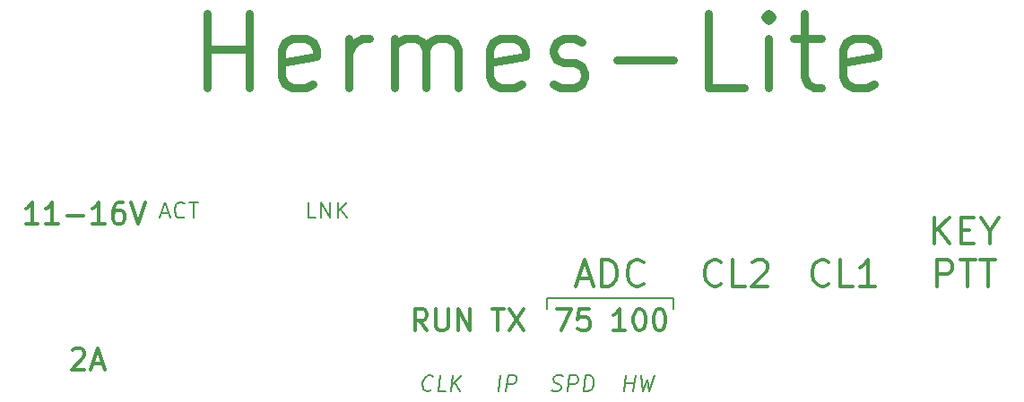
<source format=gto>
G04 #@! TF.GenerationSoftware,KiCad,Pcbnew,5.1.5-52549c5~84~ubuntu18.04.1*
G04 #@! TF.CreationDate,2020-03-18T22:44:17-07:00*
G04 #@! TF.ProjectId,endcap,656e6463-6170-42e6-9b69-6361645f7063,rev?*
G04 #@! TF.SameCoordinates,PX2faf080PY2faf080*
G04 #@! TF.FileFunction,Other,ECO1*
%FSLAX46Y46*%
G04 Gerber Fmt 4.6, Leading zero omitted, Abs format (unit mm)*
G04 Created by KiCad (PCBNEW 5.1.5-52549c5~84~ubuntu18.04.1) date 2020-03-18 22:44:17*
%MOMM*%
%LPD*%
G04 APERTURE LIST*
%ADD10C,0.300000*%
%ADD11C,0.200000*%
%ADD12C,0.800000*%
G04 APERTURE END LIST*
D10*
X8771428Y-46795238D02*
X8866666Y-46700000D01*
X9057142Y-46604761D01*
X9533333Y-46604761D01*
X9723809Y-46700000D01*
X9819047Y-46795238D01*
X9914285Y-46985714D01*
X9914285Y-47176190D01*
X9819047Y-47461904D01*
X8676190Y-48604761D01*
X9914285Y-48604761D01*
X10676190Y-48033333D02*
X11628571Y-48033333D01*
X10485714Y-48604761D02*
X11152380Y-46604761D01*
X11819047Y-48604761D01*
X5519047Y-34804761D02*
X4376190Y-34804761D01*
X4947619Y-34804761D02*
X4947619Y-32804761D01*
X4757142Y-33090476D01*
X4566666Y-33280952D01*
X4376190Y-33376190D01*
X7423809Y-34804761D02*
X6280952Y-34804761D01*
X6852380Y-34804761D02*
X6852380Y-32804761D01*
X6661904Y-33090476D01*
X6471428Y-33280952D01*
X6280952Y-33376190D01*
X8280952Y-34042857D02*
X9804761Y-34042857D01*
X11804761Y-34804761D02*
X10661904Y-34804761D01*
X11233333Y-34804761D02*
X11233333Y-32804761D01*
X11042857Y-33090476D01*
X10852380Y-33280952D01*
X10661904Y-33376190D01*
X13519047Y-32804761D02*
X13138095Y-32804761D01*
X12947619Y-32900000D01*
X12852380Y-32995238D01*
X12661904Y-33280952D01*
X12566666Y-33661904D01*
X12566666Y-34423809D01*
X12661904Y-34614285D01*
X12757142Y-34709523D01*
X12947619Y-34804761D01*
X13328571Y-34804761D01*
X13519047Y-34709523D01*
X13614285Y-34614285D01*
X13709523Y-34423809D01*
X13709523Y-33947619D01*
X13614285Y-33757142D01*
X13519047Y-33661904D01*
X13328571Y-33566666D01*
X12947619Y-33566666D01*
X12757142Y-33661904D01*
X12661904Y-33757142D01*
X12566666Y-33947619D01*
X14280952Y-32804761D02*
X14947619Y-34804761D01*
X15614285Y-32804761D01*
X90142857Y-36705952D02*
X90142857Y-34205952D01*
X91571428Y-36705952D02*
X90500000Y-35277380D01*
X91571428Y-34205952D02*
X90142857Y-35634523D01*
X92642857Y-35396428D02*
X93476190Y-35396428D01*
X93833333Y-36705952D02*
X92642857Y-36705952D01*
X92642857Y-34205952D01*
X93833333Y-34205952D01*
X95380952Y-35515476D02*
X95380952Y-36705952D01*
X94547619Y-34205952D02*
X95380952Y-35515476D01*
X96214285Y-34205952D01*
X90440476Y-40755952D02*
X90440476Y-38255952D01*
X91392857Y-38255952D01*
X91630952Y-38375000D01*
X91750000Y-38494047D01*
X91869047Y-38732142D01*
X91869047Y-39089285D01*
X91750000Y-39327380D01*
X91630952Y-39446428D01*
X91392857Y-39565476D01*
X90440476Y-39565476D01*
X92583333Y-38255952D02*
X94011904Y-38255952D01*
X93297619Y-40755952D02*
X93297619Y-38255952D01*
X94488095Y-38255952D02*
X95916666Y-38255952D01*
X95202380Y-40755952D02*
X95202380Y-38255952D01*
X80171428Y-40492857D02*
X80052380Y-40611904D01*
X79695238Y-40730952D01*
X79457142Y-40730952D01*
X79100000Y-40611904D01*
X78861904Y-40373809D01*
X78742857Y-40135714D01*
X78623809Y-39659523D01*
X78623809Y-39302380D01*
X78742857Y-38826190D01*
X78861904Y-38588095D01*
X79100000Y-38350000D01*
X79457142Y-38230952D01*
X79695238Y-38230952D01*
X80052380Y-38350000D01*
X80171428Y-38469047D01*
X82433333Y-40730952D02*
X81242857Y-40730952D01*
X81242857Y-38230952D01*
X84576190Y-40730952D02*
X83147619Y-40730952D01*
X83861904Y-40730952D02*
X83861904Y-38230952D01*
X83623809Y-38588095D01*
X83385714Y-38826190D01*
X83147619Y-38945238D01*
X70011428Y-40492857D02*
X69892380Y-40611904D01*
X69535238Y-40730952D01*
X69297142Y-40730952D01*
X68940000Y-40611904D01*
X68701904Y-40373809D01*
X68582857Y-40135714D01*
X68463809Y-39659523D01*
X68463809Y-39302380D01*
X68582857Y-38826190D01*
X68701904Y-38588095D01*
X68940000Y-38350000D01*
X69297142Y-38230952D01*
X69535238Y-38230952D01*
X69892380Y-38350000D01*
X70011428Y-38469047D01*
X72273333Y-40730952D02*
X71082857Y-40730952D01*
X71082857Y-38230952D01*
X72987619Y-38469047D02*
X73106666Y-38350000D01*
X73344761Y-38230952D01*
X73940000Y-38230952D01*
X74178095Y-38350000D01*
X74297142Y-38469047D01*
X74416190Y-38707142D01*
X74416190Y-38945238D01*
X74297142Y-39302380D01*
X72868571Y-40730952D01*
X74416190Y-40730952D01*
X56504761Y-40016666D02*
X57695238Y-40016666D01*
X56266666Y-40730952D02*
X57100000Y-38230952D01*
X57933333Y-40730952D01*
X58766666Y-40730952D02*
X58766666Y-38230952D01*
X59361904Y-38230952D01*
X59719047Y-38350000D01*
X59957142Y-38588095D01*
X60076190Y-38826190D01*
X60195238Y-39302380D01*
X60195238Y-39659523D01*
X60076190Y-40135714D01*
X59957142Y-40373809D01*
X59719047Y-40611904D01*
X59361904Y-40730952D01*
X58766666Y-40730952D01*
X62695238Y-40492857D02*
X62576190Y-40611904D01*
X62219047Y-40730952D01*
X61980952Y-40730952D01*
X61623809Y-40611904D01*
X61385714Y-40373809D01*
X61266666Y-40135714D01*
X61147619Y-39659523D01*
X61147619Y-39302380D01*
X61266666Y-38826190D01*
X61385714Y-38588095D01*
X61623809Y-38350000D01*
X61980952Y-38230952D01*
X62219047Y-38230952D01*
X62576190Y-38350000D01*
X62695238Y-38469047D01*
D11*
X65500000Y-41900000D02*
X65500000Y-42900000D01*
X53600000Y-41900000D02*
X65500000Y-41900000D01*
X53600000Y-42900000D02*
X53600000Y-41900000D01*
X60866339Y-50678571D02*
X61053839Y-49178571D01*
X60964553Y-49892857D02*
X61821696Y-49892857D01*
X61723482Y-50678571D02*
X61910982Y-49178571D01*
X62482410Y-49178571D02*
X62652053Y-50678571D01*
X63071696Y-49607142D01*
X63223482Y-50678571D01*
X63768125Y-49178571D01*
X54032410Y-50607142D02*
X54237767Y-50678571D01*
X54594910Y-50678571D01*
X54746696Y-50607142D01*
X54827053Y-50535714D01*
X54916339Y-50392857D01*
X54934196Y-50250000D01*
X54880625Y-50107142D01*
X54818125Y-50035714D01*
X54684196Y-49964285D01*
X54407410Y-49892857D01*
X54273482Y-49821428D01*
X54210982Y-49750000D01*
X54157410Y-49607142D01*
X54175267Y-49464285D01*
X54264553Y-49321428D01*
X54344910Y-49250000D01*
X54496696Y-49178571D01*
X54853839Y-49178571D01*
X55059196Y-49250000D01*
X55523482Y-50678571D02*
X55710982Y-49178571D01*
X56282410Y-49178571D01*
X56416339Y-49250000D01*
X56478839Y-49321428D01*
X56532410Y-49464285D01*
X56505625Y-49678571D01*
X56416339Y-49821428D01*
X56335982Y-49892857D01*
X56184196Y-49964285D01*
X55612767Y-49964285D01*
X57023482Y-50678571D02*
X57210982Y-49178571D01*
X57568125Y-49178571D01*
X57773482Y-49250000D01*
X57898482Y-49392857D01*
X57952053Y-49535714D01*
X57987767Y-49821428D01*
X57960982Y-50035714D01*
X57853839Y-50321428D01*
X57764553Y-50464285D01*
X57603839Y-50607142D01*
X57380625Y-50678571D01*
X57023482Y-50678571D01*
X49002053Y-50678571D02*
X49189553Y-49178571D01*
X49716339Y-50678571D02*
X49903839Y-49178571D01*
X50475267Y-49178571D01*
X50609196Y-49250000D01*
X50671696Y-49321428D01*
X50725267Y-49464285D01*
X50698482Y-49678571D01*
X50609196Y-49821428D01*
X50528839Y-49892857D01*
X50377053Y-49964285D01*
X49805625Y-49964285D01*
X42677053Y-50535714D02*
X42596696Y-50607142D01*
X42373482Y-50678571D01*
X42230625Y-50678571D01*
X42025267Y-50607142D01*
X41900267Y-50464285D01*
X41846696Y-50321428D01*
X41810982Y-50035714D01*
X41837767Y-49821428D01*
X41944910Y-49535714D01*
X42034196Y-49392857D01*
X42194910Y-49250000D01*
X42418125Y-49178571D01*
X42560982Y-49178571D01*
X42766339Y-49250000D01*
X42828839Y-49321428D01*
X44016339Y-50678571D02*
X43302053Y-50678571D01*
X43489553Y-49178571D01*
X44516339Y-50678571D02*
X44703839Y-49178571D01*
X45373482Y-50678571D02*
X44837767Y-49821428D01*
X45560982Y-49178571D02*
X44596696Y-50035714D01*
D10*
X60966666Y-44904761D02*
X59823809Y-44904761D01*
X60395238Y-44904761D02*
X60395238Y-42904761D01*
X60204761Y-43190476D01*
X60014285Y-43380952D01*
X59823809Y-43476190D01*
X62204761Y-42904761D02*
X62395238Y-42904761D01*
X62585714Y-43000000D01*
X62680952Y-43095238D01*
X62776190Y-43285714D01*
X62871428Y-43666666D01*
X62871428Y-44142857D01*
X62776190Y-44523809D01*
X62680952Y-44714285D01*
X62585714Y-44809523D01*
X62395238Y-44904761D01*
X62204761Y-44904761D01*
X62014285Y-44809523D01*
X61919047Y-44714285D01*
X61823809Y-44523809D01*
X61728571Y-44142857D01*
X61728571Y-43666666D01*
X61823809Y-43285714D01*
X61919047Y-43095238D01*
X62014285Y-43000000D01*
X62204761Y-42904761D01*
X64109523Y-42904761D02*
X64300000Y-42904761D01*
X64490476Y-43000000D01*
X64585714Y-43095238D01*
X64680952Y-43285714D01*
X64776190Y-43666666D01*
X64776190Y-44142857D01*
X64680952Y-44523809D01*
X64585714Y-44714285D01*
X64490476Y-44809523D01*
X64300000Y-44904761D01*
X64109523Y-44904761D01*
X63919047Y-44809523D01*
X63823809Y-44714285D01*
X63728571Y-44523809D01*
X63633333Y-44142857D01*
X63633333Y-43666666D01*
X63728571Y-43285714D01*
X63823809Y-43095238D01*
X63919047Y-43000000D01*
X64109523Y-42904761D01*
X54480952Y-42904761D02*
X55814285Y-42904761D01*
X54957142Y-44904761D01*
X57528571Y-42904761D02*
X56576190Y-42904761D01*
X56480952Y-43857142D01*
X56576190Y-43761904D01*
X56766666Y-43666666D01*
X57242857Y-43666666D01*
X57433333Y-43761904D01*
X57528571Y-43857142D01*
X57623809Y-44047619D01*
X57623809Y-44523809D01*
X57528571Y-44714285D01*
X57433333Y-44809523D01*
X57242857Y-44904761D01*
X56766666Y-44904761D01*
X56576190Y-44809523D01*
X56480952Y-44714285D01*
X48376190Y-42904761D02*
X49519047Y-42904761D01*
X48947619Y-44904761D02*
X48947619Y-42904761D01*
X49995238Y-42904761D02*
X51328571Y-44904761D01*
X51328571Y-42904761D02*
X49995238Y-44904761D01*
X42223809Y-44904761D02*
X41557142Y-43952380D01*
X41080952Y-44904761D02*
X41080952Y-42904761D01*
X41842857Y-42904761D01*
X42033333Y-43000000D01*
X42128571Y-43095238D01*
X42223809Y-43285714D01*
X42223809Y-43571428D01*
X42128571Y-43761904D01*
X42033333Y-43857142D01*
X41842857Y-43952380D01*
X41080952Y-43952380D01*
X43080952Y-42904761D02*
X43080952Y-44523809D01*
X43176190Y-44714285D01*
X43271428Y-44809523D01*
X43461904Y-44904761D01*
X43842857Y-44904761D01*
X44033333Y-44809523D01*
X44128571Y-44714285D01*
X44223809Y-44523809D01*
X44223809Y-42904761D01*
X45176190Y-44904761D02*
X45176190Y-42904761D01*
X46319047Y-44904761D01*
X46319047Y-42904761D01*
D11*
X31728571Y-34278571D02*
X31014285Y-34278571D01*
X31014285Y-32778571D01*
X32228571Y-34278571D02*
X32228571Y-32778571D01*
X33085714Y-34278571D01*
X33085714Y-32778571D01*
X33800000Y-34278571D02*
X33800000Y-32778571D01*
X34657142Y-34278571D02*
X34014285Y-33421428D01*
X34657142Y-32778571D02*
X33800000Y-33635714D01*
X17121428Y-33850000D02*
X17835714Y-33850000D01*
X16978571Y-34278571D02*
X17478571Y-32778571D01*
X17978571Y-34278571D01*
X19335714Y-34135714D02*
X19264285Y-34207142D01*
X19050000Y-34278571D01*
X18907142Y-34278571D01*
X18692857Y-34207142D01*
X18550000Y-34064285D01*
X18478571Y-33921428D01*
X18407142Y-33635714D01*
X18407142Y-33421428D01*
X18478571Y-33135714D01*
X18550000Y-32992857D01*
X18692857Y-32850000D01*
X18907142Y-32778571D01*
X19050000Y-32778571D01*
X19264285Y-32850000D01*
X19335714Y-32921428D01*
X19764285Y-32778571D02*
X20621428Y-32778571D01*
X20192857Y-34278571D02*
X20192857Y-32778571D01*
D12*
X21500000Y-21966666D02*
X21500000Y-14966666D01*
X21500000Y-18300000D02*
X25500000Y-18300000D01*
X25500000Y-21966666D02*
X25500000Y-14966666D01*
X31500000Y-21633333D02*
X30833333Y-21966666D01*
X29500000Y-21966666D01*
X28833333Y-21633333D01*
X28500000Y-20966666D01*
X28500000Y-18300000D01*
X28833333Y-17633333D01*
X29500000Y-17300000D01*
X30833333Y-17300000D01*
X31500000Y-17633333D01*
X31833333Y-18300000D01*
X31833333Y-18966666D01*
X28500000Y-19633333D01*
X34833333Y-21966666D02*
X34833333Y-17300000D01*
X34833333Y-18633333D02*
X35166666Y-17966666D01*
X35500000Y-17633333D01*
X36166666Y-17300000D01*
X36833333Y-17300000D01*
X39166666Y-21966666D02*
X39166666Y-17300000D01*
X39166666Y-17966666D02*
X39500000Y-17633333D01*
X40166666Y-17300000D01*
X41166666Y-17300000D01*
X41833333Y-17633333D01*
X42166666Y-18300000D01*
X42166666Y-21966666D01*
X42166666Y-18300000D02*
X42500000Y-17633333D01*
X43166666Y-17300000D01*
X44166666Y-17300000D01*
X44833333Y-17633333D01*
X45166666Y-18300000D01*
X45166666Y-21966666D01*
X51166666Y-21633333D02*
X50500000Y-21966666D01*
X49166666Y-21966666D01*
X48500000Y-21633333D01*
X48166666Y-20966666D01*
X48166666Y-18300000D01*
X48500000Y-17633333D01*
X49166666Y-17300000D01*
X50500000Y-17300000D01*
X51166666Y-17633333D01*
X51500000Y-18300000D01*
X51500000Y-18966666D01*
X48166666Y-19633333D01*
X54166666Y-21633333D02*
X54833333Y-21966666D01*
X56166666Y-21966666D01*
X56833333Y-21633333D01*
X57166666Y-20966666D01*
X57166666Y-20633333D01*
X56833333Y-19966666D01*
X56166666Y-19633333D01*
X55166666Y-19633333D01*
X54500000Y-19300000D01*
X54166666Y-18633333D01*
X54166666Y-18300000D01*
X54500000Y-17633333D01*
X55166666Y-17300000D01*
X56166666Y-17300000D01*
X56833333Y-17633333D01*
X60166666Y-19300000D02*
X65500000Y-19300000D01*
X72166666Y-21966666D02*
X68833333Y-21966666D01*
X68833333Y-14966666D01*
X74500000Y-21966666D02*
X74500000Y-17300000D01*
X74500000Y-14966666D02*
X74166666Y-15300000D01*
X74500000Y-15633333D01*
X74833333Y-15300000D01*
X74500000Y-14966666D01*
X74500000Y-15633333D01*
X76833333Y-17300000D02*
X79500000Y-17300000D01*
X77833333Y-14966666D02*
X77833333Y-20966666D01*
X78166666Y-21633333D01*
X78833333Y-21966666D01*
X79500000Y-21966666D01*
X84500000Y-21633333D02*
X83833333Y-21966666D01*
X82500000Y-21966666D01*
X81833333Y-21633333D01*
X81500000Y-20966666D01*
X81500000Y-18300000D01*
X81833333Y-17633333D01*
X82500000Y-17300000D01*
X83833333Y-17300000D01*
X84500000Y-17633333D01*
X84833333Y-18300000D01*
X84833333Y-18966666D01*
X81500000Y-19633333D01*
M02*

</source>
